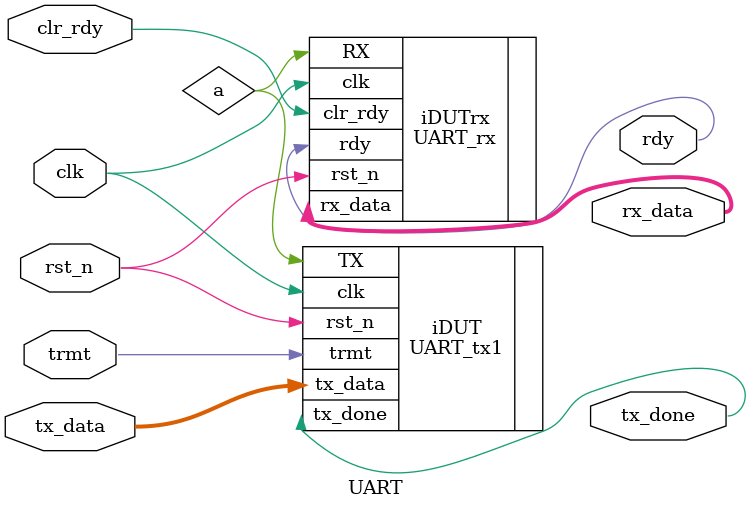
<source format=sv>
module UART (clk, rst_n, trmt, tx_data, clr_rdy, tx_done, rdy, rx_data);

  input logic clk, rst_n;     //Clock and synch low reset signal
  input logic trmt;           //Input to transmitter unit
  input logic clr_rdy;        //Input to UART receiver unit
  input logic [7:0] tx_data;  //8 bit input coming into the transmitter unit
  output logic tx_done;       //Output from the trasnmitter unit
  output logic rdy;           //Output from UART receiver unit
  output logic [7:0] rx_data; //Output from the UART receiver unit 
  logic a;                   //Wire that connects the Transmitter output to the receiver input

   ///////////////////////////////////////////////////////////////////////////////////////////////////////////////////////////
   ///////Instantiating an instance of the receiver and the transmitter and connect them together to make a UART unit////////
   //////////////////////////////////////////////////////////////////////////////////////////////////////////////////////////
   
   UART_tx1 iDUT (.TX(a), .tx_done(tx_done), .tx_data(tx_data), .trmt(trmt), .clk(clk), .rst_n(rst_n));

   UART_rx iDUTrx (.clk(clk), .rst_n(rst_n), .RX(a), .clr_rdy(clr_rdy), .rx_data(rx_data), .rdy(rdy));


endmodule

</source>
